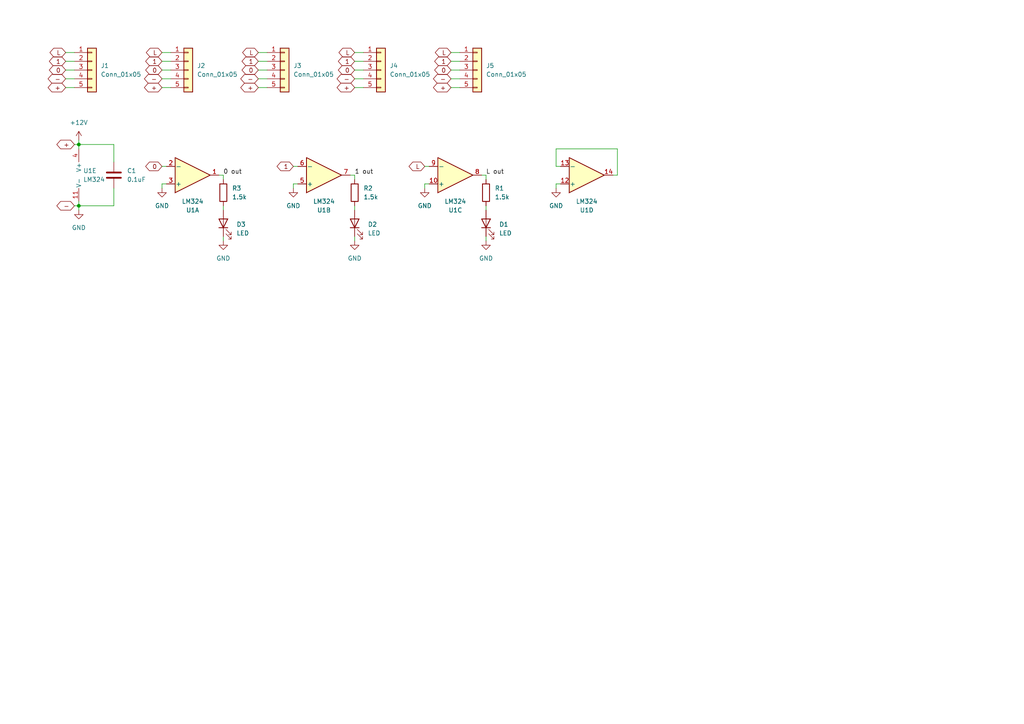
<source format=kicad_sch>
(kicad_sch (version 20230121) (generator eeschema)
  (paper "A4")
  (lib_symbols
    (symbol "Amplifier_Operational:LM324" (pin_names (offset 0.127))
      (property "Reference" "U" (at 0 5.08 0))
      (property "Value" "LM324" (at 0 -5.08 0))
      (symbol "LM324_1_1"
        (polyline (pts (xy -5.08 5.08) (xy 5.08 0) (xy -5.08 -5.08) (xy -5.08 5.08)) (stroke (width 0.254)) (fill (type background)))
        (pin output line (at 7.62 0 180) (length 2.54) (name "~") (number "1"))
        (pin input line (at -7.62 -2.54 0) (length 2.54) (name "-") (number "2"))
        (pin input line (at -7.62 2.54 0) (length 2.54) (name "+") (number "3"))
      )
      (symbol "LM324_2_1"
        (polyline (pts (xy -5.08 5.08) (xy 5.08 0) (xy -5.08 -5.08) (xy -5.08 5.08)) (stroke (width 0.254)) (fill (type background)))
        (pin input line (at -7.62 2.54 0) (length 2.54) (name "+") (number "5"))
        (pin input line (at -7.62 -2.54 0) (length 2.54) (name "-") (number "6"))
        (pin output line (at 7.62 0 180) (length 2.54) (name "~") (number "7"))
      )
      (symbol "LM324_3_1"
        (polyline (pts (xy -5.08 5.08) (xy 5.08 0) (xy -5.08 -5.08) (xy -5.08 5.08)) (stroke (width 0.254)) (fill (type background)))
        (pin input line (at -7.62 2.54 0) (length 2.54) (name "+") (number "10"))
        (pin output line (at 7.62 0 180) (length 2.54) (name "~") (number "8"))
        (pin input line (at -7.62 -2.54 0) (length 2.54) (name "-") (number "9"))
      )
      (symbol "LM324_4_1"
        (polyline (pts (xy -5.08 5.08) (xy 5.08 0) (xy -5.08 -5.08) (xy -5.08 5.08)) (stroke (width 0.254)) (fill (type background)))
        (pin input line (at -7.62 2.54 0) (length 2.54) (name "+") (number "12"))
        (pin input line (at -7.62 -2.54 0) (length 2.54) (name "-") (number "13"))
        (pin output line (at 7.62 0 180) (length 2.54) (name "~") (number "14"))
      )
      (symbol "LM324_5_1"
        (pin power_in line (at -2.54 -7.62 90) (length 3.81) (name "V-") (number "11"))
        (pin power_in line (at -2.54 7.62 270) (length 3.81) (name "V+") (number "4"))
      )
    )
    (symbol "Connector_Generic:Conn_01x05" (pin_names (offset 1.016) hide)
      (property "Reference" "J" (at 0 7.62 0))
      (property "Value" "Conn_01x05" (at 0 -7.62 0))
      (symbol "Conn_01x05_1_1"
        (rectangle (start -1.27 -4.953) (end 0 -5.207) (stroke (width 0.1524)))
        (rectangle (start -1.27 -2.413) (end 0 -2.667) (stroke (width 0.1524)))
        (rectangle (start -1.27 0.127) (end 0 -0.127) (stroke (width 0.1524)))
        (rectangle (start -1.27 2.667) (end 0 2.413) (stroke (width 0.1524)))
        (rectangle (start -1.27 5.207) (end 0 4.953) (stroke (width 0.1524)))
        (rectangle (start -1.27 6.35) (end 1.27 -6.35) (stroke (width 0.254)) (fill (type background)))
        (pin passive line (at -5.08 5.08 0) (length 3.81) (name "Pin_1") (number "1"))
        (pin passive line (at -5.08 2.54 0) (length 3.81) (name "Pin_2") (number "2"))
        (pin passive line (at -5.08 0 0) (length 3.81) (name "Pin_3") (number "3"))
        (pin passive line (at -5.08 -2.54 0) (length 3.81) (name "Pin_4") (number "4"))
        (pin passive line (at -5.08 -5.08 0) (length 3.81) (name "Pin_5") (number "5"))
      )
    )
    (symbol "Device:C" (pin_numbers hide) (pin_names (offset 0.254))
      (property "Reference" "C" (at 0.635 2.54 0))
      (property "Value" "C" (at 0.635 -2.54 0))
      (symbol "C_0_1"
        (polyline (pts (xy -2.032 -0.762) (xy 2.032 -0.762)) (stroke (width 0.508)))
        (polyline (pts (xy -2.032 0.762) (xy 2.032 0.762)) (stroke (width 0.508)))
      )
      (symbol "C_1_1"
        (pin passive line (at 0 3.81 270) (length 2.794) (name "~") (number "1"))
        (pin passive line (at 0 -3.81 90) (length 2.794) (name "~") (number "2"))
      )
    )
    (symbol "Device:LED" (pin_numbers hide) (pin_names (offset 1.016) hide)
      (property "Reference" "D" (at 0 2.54 0))
      (property "Value" "LED" (at 0 -2.54 0))
      (symbol "LED_0_1"
        (polyline (pts (xy -1.27 -1.27) (xy -1.27 1.27)) (stroke (width 0.254)))
        (polyline (pts (xy -1.27 0) (xy 1.27 0)))
        (polyline (pts (xy 1.27 -1.27) (xy 1.27 1.27) (xy -1.27 0) (xy 1.27 -1.27)) (stroke (width 0.254)))
        (polyline (pts (xy -3.048 -0.762) (xy -4.572 -2.286) (xy -3.81 -2.286) (xy -4.572 -2.286) (xy -4.572 -1.524)))
        (polyline (pts (xy -1.778 -0.762) (xy -3.302 -2.286) (xy -2.54 -2.286) (xy -3.302 -2.286) (xy -3.302 -1.524)))
      )
      (symbol "LED_1_1"
        (pin passive line (at -3.81 0 0) (length 2.54) (name "K") (number "1"))
        (pin passive line (at 3.81 0 180) (length 2.54) (name "A") (number "2"))
      )
    )
    (symbol "Device:R" (pin_numbers hide) (pin_names (offset 0))
      (property "Reference" "R" (at 2.032 0 90))
      (property "Value" "R" (at 0 0 90))
      (symbol "R_0_1"
        (rectangle (start -1.016 -2.54) (end 1.016 2.54) (stroke (width 0.254)))
      )
      (symbol "R_1_1"
        (pin passive line (at 0 3.81 270) (length 1.27) (name "~") (number "1"))
        (pin passive line (at 0 -3.81 90) (length 1.27) (name "~") (number "2"))
      )
    )
    (symbol "power:+12V" (power) (pin_names (offset 0))
      (property "Value" "+12V" (at 0 3.556 0))
      (symbol "+12V_0_1"
        (polyline (pts (xy -0.762 1.27) (xy 0 2.54)))
        (polyline (pts (xy 0 0) (xy 0 2.54)))
        (polyline (pts (xy 0 2.54) (xy 0.762 1.27)))
      )
      (symbol "+12V_1_1"
        (pin power_in line (at 0 0 90) (length 0) hide (name "+12V") (number "1"))
      )
    )
    (symbol "power:GND" (power) (pin_names (offset 0))
      (property "Value" "GND" (at 0 -3.81 0))
      (symbol "GND_0_1"
        (polyline (pts (xy 0 0) (xy 0 -1.27) (xy 1.27 -1.27) (xy 0 -2.54) (xy -1.27 -1.27) (xy 0 -1.27)))
      )
      (symbol "GND_1_1"
        (pin power_in line (at 0 0 270) (length 0) hide (name "GND") (number "1"))
      )
    )
  )
  (junction (at 22.86 59.69))
  (junction (at 22.86 41.91))
  (wire (pts (xy 48.26 53.34) (xy 46.99 53.34)))
  (wire (pts (xy 162.56 48.26) (xy 161.29 48.26)))
  (wire (pts (xy 19.05 17.78) (xy 21.59 17.78)))
  (wire (pts (xy 102.87 22.86) (xy 105.41 22.86)))
  (wire (pts (xy 21.59 59.69) (xy 22.86 59.69)))
  (wire (pts (xy 86.36 53.34) (xy 85.09 53.34)))
  (wire (pts (xy 22.86 41.91) (xy 22.86 43.18)))
  (wire (pts (xy 46.99 15.24) (xy 49.53 15.24)))
  (wire (pts (xy 74.93 22.86) (xy 77.47 22.86)))
  (wire (pts (xy 101.6 50.8) (xy 102.87 50.8)))
  (wire (pts (xy 85.09 53.34) (xy 85.09 54.61)))
  (wire (pts (xy 139.7 50.8) (xy 140.97 50.8)))
  (wire (pts (xy 46.99 25.4) (xy 49.53 25.4)))
  (wire (pts (xy 130.81 17.78) (xy 133.35 17.78)))
  (wire (pts (xy 64.77 59.69) (xy 64.77 60.96)))
  (wire (pts (xy 161.29 53.34) (xy 161.29 54.61)))
  (wire (pts (xy 124.46 53.34) (xy 123.19 53.34)))
  (wire (pts (xy 22.86 41.91) (xy 22.86 40.64)))
  (wire (pts (xy 33.02 41.91) (xy 22.86 41.91)))
  (wire (pts (xy 33.02 54.61) (xy 33.02 59.69)))
  (wire (pts (xy 46.99 48.26) (xy 48.26 48.26)))
  (wire (pts (xy 46.99 22.86) (xy 49.53 22.86)))
  (wire (pts (xy 130.81 25.4) (xy 133.35 25.4)))
  (wire (pts (xy 140.97 59.69) (xy 140.97 60.96)))
  (wire (pts (xy 162.56 53.34) (xy 161.29 53.34)))
  (wire (pts (xy 102.87 17.78) (xy 105.41 17.78)))
  (wire (pts (xy 179.07 43.18) (xy 179.07 50.8)))
  (wire (pts (xy 22.86 59.69) (xy 22.86 60.96)))
  (wire (pts (xy 102.87 25.4) (xy 105.41 25.4)))
  (wire (pts (xy 161.29 48.26) (xy 161.29 43.18)))
  (wire (pts (xy 102.87 15.24) (xy 105.41 15.24)))
  (wire (pts (xy 179.07 50.8) (xy 177.8 50.8)))
  (wire (pts (xy 123.19 48.26) (xy 124.46 48.26)))
  (wire (pts (xy 33.02 59.69) (xy 22.86 59.69)))
  (wire (pts (xy 161.29 43.18) (xy 179.07 43.18)))
  (wire (pts (xy 63.5 50.8) (xy 64.77 50.8)))
  (wire (pts (xy 22.86 58.42) (xy 22.86 59.69)))
  (wire (pts (xy 46.99 17.78) (xy 49.53 17.78)))
  (wire (pts (xy 102.87 20.32) (xy 105.41 20.32)))
  (wire (pts (xy 123.19 53.34) (xy 123.19 54.61)))
  (wire (pts (xy 33.02 46.99) (xy 33.02 41.91)))
  (wire (pts (xy 74.93 15.24) (xy 77.47 15.24)))
  (wire (pts (xy 74.93 20.32) (xy 77.47 20.32)))
  (wire (pts (xy 102.87 50.8) (xy 102.87 52.07)))
  (wire (pts (xy 64.77 50.8) (xy 64.77 52.07)))
  (wire (pts (xy 130.81 15.24) (xy 133.35 15.24)))
  (wire (pts (xy 21.59 41.91) (xy 22.86 41.91)))
  (wire (pts (xy 140.97 50.8) (xy 140.97 52.07)))
  (wire (pts (xy 64.77 68.58) (xy 64.77 69.85)))
  (wire (pts (xy 85.09 48.26) (xy 86.36 48.26)))
  (wire (pts (xy 74.93 17.78) (xy 77.47 17.78)))
  (wire (pts (xy 130.81 22.86) (xy 133.35 22.86)))
  (wire (pts (xy 130.81 20.32) (xy 133.35 20.32)))
  (wire (pts (xy 46.99 20.32) (xy 49.53 20.32)))
  (wire (pts (xy 19.05 22.86) (xy 21.59 22.86)))
  (wire (pts (xy 102.87 68.58) (xy 102.87 69.85)))
  (wire (pts (xy 19.05 15.24) (xy 21.59 15.24)))
  (wire (pts (xy 19.05 25.4) (xy 21.59 25.4)))
  (wire (pts (xy 19.05 20.32) (xy 21.59 20.32)))
  (wire (pts (xy 102.87 59.69) (xy 102.87 60.96)))
  (wire (pts (xy 74.93 25.4) (xy 77.47 25.4)))
  (wire (pts (xy 46.99 53.34) (xy 46.99 54.61)))
  (wire (pts (xy 140.97 68.58) (xy 140.97 69.85)))
  (label "1 out" (at 102.87 50.8 0))
  (label "L out" (at 140.97 50.8 0))
  (label "0 out" (at 64.77 50.8 0))
  (global_label "1" (shape bidirectional) (at 19.05 17.78 180) (property "Intersheetrefs" "${INTERSHEET_REFS}" (effects hide)))
  (global_label "L" (shape bidirectional) (at 74.93 15.24 180) (property "Intersheetrefs" "${INTERSHEET_REFS}" (effects hide)))
  (global_label "+" (shape bidirectional) (at 19.05 25.4 180) (property "Intersheetrefs" "${INTERSHEET_REFS}" (effects hide)))
  (global_label "-" (shape bidirectional) (at 102.87 22.86 180) (property "Intersheetrefs" "${INTERSHEET_REFS}" (effects hide)))
  (global_label "L" (shape bidirectional) (at 123.19 48.26 180) (property "Intersheetrefs" "${INTERSHEET_REFS}" (effects hide)))
  (global_label "L" (shape bidirectional) (at 46.99 15.24 180) (property "Intersheetrefs" "${INTERSHEET_REFS}" (effects hide)))
  (global_label "1" (shape bidirectional) (at 130.81 17.78 180) (property "Intersheetrefs" "${INTERSHEET_REFS}" (effects hide)))
  (global_label "0" (shape bidirectional) (at 74.93 20.32 180) (property "Intersheetrefs" "${INTERSHEET_REFS}" (effects hide)))
  (global_label "-" (shape bidirectional) (at 19.05 22.86 180) (property "Intersheetrefs" "${INTERSHEET_REFS}" (effects hide)))
  (global_label "+" (shape bidirectional) (at 21.59 41.91 180) (property "Intersheetrefs" "${INTERSHEET_REFS}" (effects hide)))
  (global_label "+" (shape bidirectional) (at 102.87 25.4 180) (property "Intersheetrefs" "${INTERSHEET_REFS}" (effects hide)))
  (global_label "L" (shape bidirectional) (at 19.05 15.24 180) (property "Intersheetrefs" "${INTERSHEET_REFS}" (effects hide)))
  (global_label "0" (shape bidirectional) (at 102.87 20.32 180) (property "Intersheetrefs" "${INTERSHEET_REFS}" (effects hide)))
  (global_label "0" (shape bidirectional) (at 46.99 20.32 180) (property "Intersheetrefs" "${INTERSHEET_REFS}" (effects hide)))
  (global_label "0" (shape bidirectional) (at 19.05 20.32 180) (property "Intersheetrefs" "${INTERSHEET_REFS}" (effects hide)))
  (global_label "1" (shape bidirectional) (at 102.87 17.78 180) (property "Intersheetrefs" "${INTERSHEET_REFS}" (effects hide)))
  (global_label "+" (shape bidirectional) (at 46.99 25.4 180) (property "Intersheetrefs" "${INTERSHEET_REFS}" (effects hide)))
  (global_label "1" (shape bidirectional) (at 46.99 17.78 180) (property "Intersheetrefs" "${INTERSHEET_REFS}" (effects hide)))
  (global_label "1" (shape bidirectional) (at 85.09 48.26 180) (property "Intersheetrefs" "${INTERSHEET_REFS}" (effects hide)))
  (global_label "1" (shape bidirectional) (at 74.93 17.78 180) (property "Intersheetrefs" "${INTERSHEET_REFS}" (effects hide)))
  (global_label "+" (shape bidirectional) (at 74.93 25.4 180) (property "Intersheetrefs" "${INTERSHEET_REFS}" (effects hide)))
  (global_label "+" (shape bidirectional) (at 130.81 25.4 180) (property "Intersheetrefs" "${INTERSHEET_REFS}" (effects hide)))
  (global_label "-" (shape bidirectional) (at 74.93 22.86 180) (property "Intersheetrefs" "${INTERSHEET_REFS}" (effects hide)))
  (global_label "0" (shape bidirectional) (at 46.99 48.26 180) (property "Intersheetrefs" "${INTERSHEET_REFS}" (effects hide)))
  (global_label "0" (shape bidirectional) (at 130.81 20.32 180) (property "Intersheetrefs" "${INTERSHEET_REFS}" (effects hide)))
  (global_label "-" (shape bidirectional) (at 21.59 59.69 180) (property "Intersheetrefs" "${INTERSHEET_REFS}" (effects hide)))
  (global_label "-" (shape bidirectional) (at 130.81 22.86 180) (property "Intersheetrefs" "${INTERSHEET_REFS}" (effects hide)))
  (global_label "-" (shape bidirectional) (at 46.99 22.86 180) (property "Intersheetrefs" "${INTERSHEET_REFS}" (effects hide)))
  (global_label "L" (shape bidirectional) (at 130.81 15.24 180) (property "Intersheetrefs" "${INTERSHEET_REFS}" (effects hide)))
  (global_label "L" (shape bidirectional) (at 102.87 15.24 180) (property "Intersheetrefs" "${INTERSHEET_REFS}" (effects hide)))
  (symbol (lib_id "Amplifier_Operational:LM324") (at 132.08 50.8 0) (mirror x) (unit 3)
    (property "Reference" "U1" (at 132.08 60.96 0))
    (property "Value" "LM324" (at 132.08 58.42 0))
    (property "Footprint" "PCM_Package_SO_AKL:SOIC-14_3.9x8.7mm_P1.27mm" (effects hide))
    (property "Datasheet" "http://www.ti.com/lit/ds/symlink/lm2902-n.pdf" (effects hide))
  )
  (symbol (lib_id "Device:C") (at 33.02 50.8 0) (unit 1)
    (property "Reference" "C1" (at 36.83 49.53 0) (effects (justify left)))
    (property "Value" "0.1uF" (at 36.83 52.07 0) (effects (justify left)))
    (property "Footprint" "PCM_Capacitor_SMD_AKL:C_0402_1005Metric_Pad0.74x0.62mm_HandSolder" (effects hide))
  )
  (symbol (lib_id "power:GND") (at 102.87 69.85 0) (unit 1)
    (property "Reference" "#PWR08" (effects hide))
    (property "Value" "GND" (at 102.87 74.93 0))
  )
  (symbol (lib_id "Connector_Generic:Conn_01x05") (at 82.55 20.32 0) (unit 1)
    (property "Reference" "J3" (at 85.09 19.05 0) (effects (justify left)))
    (property "Value" "Conn_01x05" (at 85.09 21.59 0) (effects (justify left)))
    (property "Footprint" "Connector_Phoenix_MC:PhoenixContact_MCV_1,5_5-G-3.5_1x05_P3.50mm_Vertical" (effects hide))
  )
  (symbol (lib_id "Device:R") (at 102.87 55.88 0) (unit 1)
    (property "Reference" "R2" (at 105.41 54.61 0) (effects (justify left)))
    (property "Value" "1.5k" (at 105.41 57.15 0) (effects (justify left)))
    (property "Footprint" "PCM_Resistor_SMD_AKL:R_0603_1608Metric_Pad0.98x0.95mm_HandSolder" (effects hide))
  )
  (symbol (lib_id "power:GND") (at 85.09 54.61 0) (unit 1)
    (property "Reference" "#PWR03" (effects hide))
    (property "Value" "GND" (at 85.09 59.69 0))
  )
  (symbol (lib_id "power:GND") (at 123.19 54.61 0) (unit 1)
    (property "Reference" "#PWR04" (effects hide))
    (property "Value" "GND" (at 123.19 59.69 0))
  )
  (symbol (lib_id "Connector_Generic:Conn_01x05") (at 54.61 20.32 0) (unit 1)
    (property "Reference" "J2" (at 57.15 19.05 0) (effects (justify left)))
    (property "Value" "Conn_01x05" (at 57.15 21.59 0) (effects (justify left)))
    (property "Footprint" "Connector_Phoenix_MC:PhoenixContact_MCV_1,5_5-G-3.5_1x05_P3.50mm_Vertical" (effects hide))
  )
  (symbol (lib_id "Amplifier_Operational:LM324") (at 170.18 50.8 0) (mirror x) (unit 4)
    (property "Reference" "U1" (at 170.18 60.96 0))
    (property "Value" "LM324" (at 170.18 58.42 0))
    (property "Footprint" "PCM_Package_SO_AKL:SOIC-14_3.9x8.7mm_P1.27mm" (effects hide))
    (property "Datasheet" "http://www.ti.com/lit/ds/symlink/lm2902-n.pdf" (effects hide))
  )
  (symbol (lib_id "Amplifier_Operational:LM324") (at 55.88 50.8 0) (mirror x) (unit 1)
    (property "Reference" "U1" (at 55.88 60.96 0))
    (property "Value" "LM324" (at 55.88 58.42 0))
    (property "Footprint" "PCM_Package_SO_AKL:SOIC-14_3.9x8.7mm_P1.27mm" (effects hide))
    (property "Datasheet" "http://www.ti.com/lit/ds/symlink/lm2902-n.pdf" (effects hide))
  )
  (symbol (lib_id "Device:LED") (at 102.87 64.77 90) (unit 1)
    (property "Reference" "D2" (at 106.68 65.0875 90) (effects (justify right)))
    (property "Value" "LED" (at 106.68 67.6275 90) (effects (justify right)))
    (property "Footprint" "LED_SMD:LED_0603_1608Metric_Pad1.05x0.95mm_HandSolder" (effects hide))
  )
  (symbol (lib_id "Amplifier_Operational:LM324") (at 25.4 50.8 0) (unit 5)
    (property "Reference" "U1" (at 24.13 49.53 0) (effects (justify left)))
    (property "Value" "LM324" (at 24.13 52.07 0) (effects (justify left)))
    (property "Footprint" "PCM_Package_SO_AKL:SOIC-14_3.9x8.7mm_P1.27mm" (effects hide))
    (property "Datasheet" "http://www.ti.com/lit/ds/symlink/lm2902-n.pdf" (effects hide))
  )
  (symbol (lib_id "Device:LED") (at 140.97 64.77 90) (unit 1)
    (property "Reference" "D1" (at 144.78 65.0875 90) (effects (justify right)))
    (property "Value" "LED" (at 144.78 67.6275 90) (effects (justify right)))
    (property "Footprint" "LED_SMD:LED_0603_1608Metric_Pad1.05x0.95mm_HandSolder" (effects hide))
  )
  (symbol (lib_id "Connector_Generic:Conn_01x05") (at 138.43 20.32 0) (unit 1)
    (property "Reference" "J5" (at 140.97 19.05 0) (effects (justify left)))
    (property "Value" "Conn_01x05" (at 140.97 21.59 0) (effects (justify left)))
    (property "Footprint" "Connector_Phoenix_MC:PhoenixContact_MCV_1,5_5-G-3.5_1x05_P3.50mm_Vertical" (effects hide))
  )
  (symbol (lib_id "power:GND") (at 64.77 69.85 0) (unit 1)
    (property "Reference" "#PWR07" (effects hide))
    (property "Value" "GND" (at 64.77 74.93 0))
  )
  (symbol (lib_id "power:GND") (at 140.97 69.85 0) (unit 1)
    (property "Reference" "#PWR09" (effects hide))
    (property "Value" "GND" (at 140.97 74.93 0))
  )
  (symbol (lib_id "Connector_Generic:Conn_01x05") (at 110.49 20.32 0) (unit 1)
    (property "Reference" "J4" (at 113.03 19.05 0) (effects (justify left)))
    (property "Value" "Conn_01x05" (at 113.03 21.59 0) (effects (justify left)))
    (property "Footprint" "Connector_Phoenix_MC:PhoenixContact_MCV_1,5_5-G-3.5_1x05_P3.50mm_Vertical" (effects hide))
  )
  (symbol (lib_id "Device:LED") (at 64.77 64.77 90) (unit 1)
    (property "Reference" "D3" (at 68.58 65.0875 90) (effects (justify right)))
    (property "Value" "LED" (at 68.58 67.6275 90) (effects (justify right)))
    (property "Footprint" "LED_SMD:LED_0603_1608Metric_Pad1.05x0.95mm_HandSolder" (effects hide))
  )
  (symbol (lib_id "power:+12V") (at 22.86 40.64 0) (unit 1)
    (property "Reference" "#PWR01" (effects hide))
    (property "Value" "+12V" (at 22.86 35.56 0))
  )
  (symbol (lib_id "power:GND") (at 22.86 60.96 0) (unit 1)
    (property "Reference" "#PWR06" (effects hide))
    (property "Value" "GND" (at 22.86 66.04 0))
  )
  (symbol (lib_id "Device:R") (at 140.97 55.88 0) (unit 1)
    (property "Reference" "R1" (at 143.51 54.61 0) (effects (justify left)))
    (property "Value" "1.5k" (at 143.51 57.15 0) (effects (justify left)))
    (property "Footprint" "PCM_Resistor_SMD_AKL:R_0603_1608Metric_Pad0.98x0.95mm_HandSolder" (effects hide))
  )
  (symbol (lib_id "power:GND") (at 161.29 54.61 0) (unit 1)
    (property "Reference" "#PWR05" (effects hide))
    (property "Value" "GND" (at 161.29 59.69 0))
  )
  (symbol (lib_id "Amplifier_Operational:LM324") (at 93.98 50.8 0) (mirror x) (unit 2)
    (property "Reference" "U1" (at 93.98 60.96 0))
    (property "Value" "LM324" (at 93.98 58.42 0))
    (property "Footprint" "PCM_Package_SO_AKL:SOIC-14_3.9x8.7mm_P1.27mm" (effects hide))
    (property "Datasheet" "http://www.ti.com/lit/ds/symlink/lm2902-n.pdf" (effects hide))
  )
  (symbol (lib_id "power:GND") (at 46.99 54.61 0) (unit 1)
    (property "Reference" "#PWR02" (effects hide))
    (property "Value" "GND" (at 46.99 59.69 0))
  )
  (symbol (lib_id "Connector_Generic:Conn_01x05") (at 26.67 20.32 0) (unit 1)
    (property "Reference" "J1" (at 29.21 19.05 0) (effects (justify left)))
    (property "Value" "Conn_01x05" (at 29.21 21.59 0) (effects (justify left)))
    (property "Footprint" "Connector_Phoenix_MC:PhoenixContact_MCV_1,5_5-G-3.5_1x05_P3.50mm_Vertical" (effects hide))
  )
  (symbol (lib_id "Device:R") (at 64.77 55.88 0) (unit 1)
    (property "Reference" "R3" (at 67.31 54.61 0) (effects (justify left)))
    (property "Value" "1.5k" (at 67.31 57.15 0) (effects (justify left)))
    (property "Footprint" "PCM_Resistor_SMD_AKL:R_0603_1608Metric_Pad0.98x0.95mm_HandSolder" (effects hide))
  )
)
</source>
